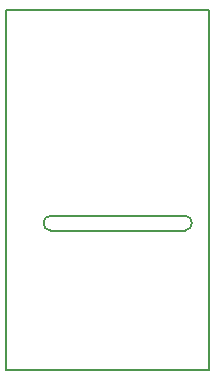
<source format=gm1>
G04 #@! TF.GenerationSoftware,KiCad,Pcbnew,(5.0.1)-3*
G04 #@! TF.CreationDate,2018-10-30T18:02:17+11:00*
G04 #@! TF.ProjectId,Inline_SSR,496E6C696E655F5353522E6B69636164,rev?*
G04 #@! TF.SameCoordinates,PX8a12ae0PY678e028*
G04 #@! TF.FileFunction,Profile,NP*
%FSLAX46Y46*%
G04 Gerber Fmt 4.6, Leading zero omitted, Abs format (unit mm)*
G04 Created by KiCad (PCBNEW (5.0.1)-3) date 30/10/2018 6:02:17 PM*
%MOMM*%
%LPD*%
G01*
G04 APERTURE LIST*
%ADD10C,0.150000*%
G04 APERTURE END LIST*
D10*
X3810000Y11811000D02*
G75*
G02X3810000Y13081000I0J635000D01*
G01*
X15113000Y13081000D02*
G75*
G02X15113000Y11811000I0J-635000D01*
G01*
X15113000Y11811000D02*
X3810000Y11811000D01*
X3810000Y13081000D02*
X15113000Y13081000D01*
X0Y0D02*
X635000Y0D01*
X0Y30480000D02*
X0Y0D01*
X17145000Y30480000D02*
X0Y30480000D01*
X17145000Y0D02*
X17145000Y30480000D01*
X635000Y0D02*
X17145000Y0D01*
M02*

</source>
